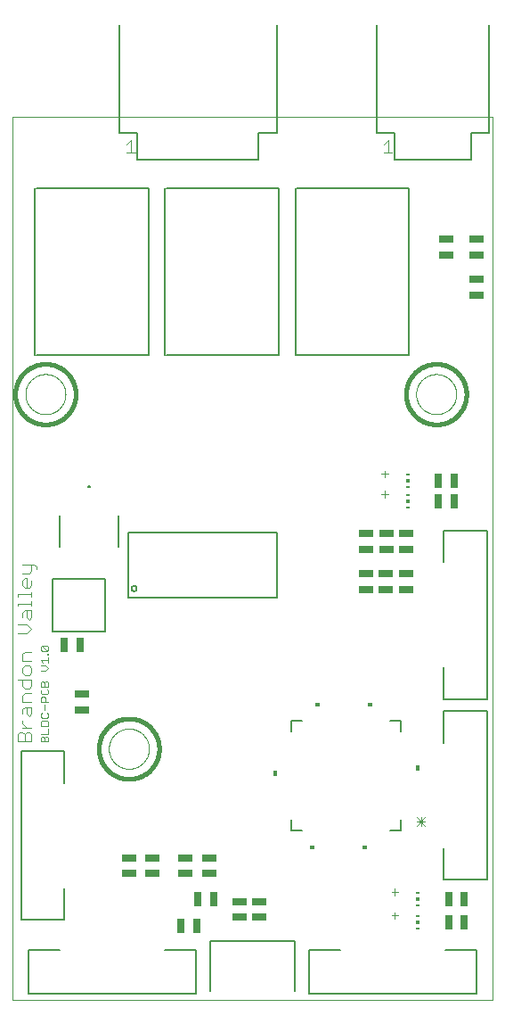
<source format=gto>
G75*
%MOIN*%
%OFA0B0*%
%FSLAX25Y25*%
%IPPOS*%
%LPD*%
%AMOC8*
5,1,8,0,0,1.08239X$1,22.5*
%
%ADD10C,0.00000*%
%ADD11C,0.01600*%
%ADD12C,0.00300*%
%ADD13C,0.00400*%
%ADD14C,0.00500*%
%ADD15R,0.01181X0.00591*%
%ADD16R,0.01181X0.01181*%
%ADD17R,0.02559X0.05512*%
%ADD18R,0.05512X0.02559*%
%ADD19C,0.00600*%
%ADD20C,0.00100*%
D10*
X0020179Y0009300D02*
X0020179Y0339261D01*
X0200130Y0339261D01*
X0200130Y0009300D01*
X0020179Y0009300D01*
X0056429Y0103050D02*
X0056431Y0103234D01*
X0056438Y0103418D01*
X0056449Y0103602D01*
X0056465Y0103785D01*
X0056485Y0103968D01*
X0056510Y0104150D01*
X0056539Y0104332D01*
X0056573Y0104513D01*
X0056611Y0104693D01*
X0056654Y0104872D01*
X0056701Y0105050D01*
X0056752Y0105227D01*
X0056808Y0105403D01*
X0056867Y0105577D01*
X0056932Y0105749D01*
X0057000Y0105920D01*
X0057072Y0106089D01*
X0057149Y0106257D01*
X0057230Y0106422D01*
X0057315Y0106585D01*
X0057403Y0106747D01*
X0057496Y0106906D01*
X0057593Y0107062D01*
X0057693Y0107217D01*
X0057797Y0107369D01*
X0057905Y0107518D01*
X0058016Y0107664D01*
X0058131Y0107808D01*
X0058250Y0107949D01*
X0058372Y0108087D01*
X0058497Y0108222D01*
X0058626Y0108353D01*
X0058757Y0108482D01*
X0058892Y0108607D01*
X0059030Y0108729D01*
X0059171Y0108848D01*
X0059315Y0108963D01*
X0059461Y0109074D01*
X0059610Y0109182D01*
X0059762Y0109286D01*
X0059917Y0109386D01*
X0060073Y0109483D01*
X0060232Y0109576D01*
X0060394Y0109664D01*
X0060557Y0109749D01*
X0060722Y0109830D01*
X0060890Y0109907D01*
X0061059Y0109979D01*
X0061230Y0110047D01*
X0061402Y0110112D01*
X0061576Y0110171D01*
X0061752Y0110227D01*
X0061929Y0110278D01*
X0062107Y0110325D01*
X0062286Y0110368D01*
X0062466Y0110406D01*
X0062647Y0110440D01*
X0062829Y0110469D01*
X0063011Y0110494D01*
X0063194Y0110514D01*
X0063377Y0110530D01*
X0063561Y0110541D01*
X0063745Y0110548D01*
X0063929Y0110550D01*
X0064113Y0110548D01*
X0064297Y0110541D01*
X0064481Y0110530D01*
X0064664Y0110514D01*
X0064847Y0110494D01*
X0065029Y0110469D01*
X0065211Y0110440D01*
X0065392Y0110406D01*
X0065572Y0110368D01*
X0065751Y0110325D01*
X0065929Y0110278D01*
X0066106Y0110227D01*
X0066282Y0110171D01*
X0066456Y0110112D01*
X0066628Y0110047D01*
X0066799Y0109979D01*
X0066968Y0109907D01*
X0067136Y0109830D01*
X0067301Y0109749D01*
X0067464Y0109664D01*
X0067626Y0109576D01*
X0067785Y0109483D01*
X0067941Y0109386D01*
X0068096Y0109286D01*
X0068248Y0109182D01*
X0068397Y0109074D01*
X0068543Y0108963D01*
X0068687Y0108848D01*
X0068828Y0108729D01*
X0068966Y0108607D01*
X0069101Y0108482D01*
X0069232Y0108353D01*
X0069361Y0108222D01*
X0069486Y0108087D01*
X0069608Y0107949D01*
X0069727Y0107808D01*
X0069842Y0107664D01*
X0069953Y0107518D01*
X0070061Y0107369D01*
X0070165Y0107217D01*
X0070265Y0107062D01*
X0070362Y0106906D01*
X0070455Y0106747D01*
X0070543Y0106585D01*
X0070628Y0106422D01*
X0070709Y0106257D01*
X0070786Y0106089D01*
X0070858Y0105920D01*
X0070926Y0105749D01*
X0070991Y0105577D01*
X0071050Y0105403D01*
X0071106Y0105227D01*
X0071157Y0105050D01*
X0071204Y0104872D01*
X0071247Y0104693D01*
X0071285Y0104513D01*
X0071319Y0104332D01*
X0071348Y0104150D01*
X0071373Y0103968D01*
X0071393Y0103785D01*
X0071409Y0103602D01*
X0071420Y0103418D01*
X0071427Y0103234D01*
X0071429Y0103050D01*
X0071427Y0102866D01*
X0071420Y0102682D01*
X0071409Y0102498D01*
X0071393Y0102315D01*
X0071373Y0102132D01*
X0071348Y0101950D01*
X0071319Y0101768D01*
X0071285Y0101587D01*
X0071247Y0101407D01*
X0071204Y0101228D01*
X0071157Y0101050D01*
X0071106Y0100873D01*
X0071050Y0100697D01*
X0070991Y0100523D01*
X0070926Y0100351D01*
X0070858Y0100180D01*
X0070786Y0100011D01*
X0070709Y0099843D01*
X0070628Y0099678D01*
X0070543Y0099515D01*
X0070455Y0099353D01*
X0070362Y0099194D01*
X0070265Y0099038D01*
X0070165Y0098883D01*
X0070061Y0098731D01*
X0069953Y0098582D01*
X0069842Y0098436D01*
X0069727Y0098292D01*
X0069608Y0098151D01*
X0069486Y0098013D01*
X0069361Y0097878D01*
X0069232Y0097747D01*
X0069101Y0097618D01*
X0068966Y0097493D01*
X0068828Y0097371D01*
X0068687Y0097252D01*
X0068543Y0097137D01*
X0068397Y0097026D01*
X0068248Y0096918D01*
X0068096Y0096814D01*
X0067941Y0096714D01*
X0067785Y0096617D01*
X0067626Y0096524D01*
X0067464Y0096436D01*
X0067301Y0096351D01*
X0067136Y0096270D01*
X0066968Y0096193D01*
X0066799Y0096121D01*
X0066628Y0096053D01*
X0066456Y0095988D01*
X0066282Y0095929D01*
X0066106Y0095873D01*
X0065929Y0095822D01*
X0065751Y0095775D01*
X0065572Y0095732D01*
X0065392Y0095694D01*
X0065211Y0095660D01*
X0065029Y0095631D01*
X0064847Y0095606D01*
X0064664Y0095586D01*
X0064481Y0095570D01*
X0064297Y0095559D01*
X0064113Y0095552D01*
X0063929Y0095550D01*
X0063745Y0095552D01*
X0063561Y0095559D01*
X0063377Y0095570D01*
X0063194Y0095586D01*
X0063011Y0095606D01*
X0062829Y0095631D01*
X0062647Y0095660D01*
X0062466Y0095694D01*
X0062286Y0095732D01*
X0062107Y0095775D01*
X0061929Y0095822D01*
X0061752Y0095873D01*
X0061576Y0095929D01*
X0061402Y0095988D01*
X0061230Y0096053D01*
X0061059Y0096121D01*
X0060890Y0096193D01*
X0060722Y0096270D01*
X0060557Y0096351D01*
X0060394Y0096436D01*
X0060232Y0096524D01*
X0060073Y0096617D01*
X0059917Y0096714D01*
X0059762Y0096814D01*
X0059610Y0096918D01*
X0059461Y0097026D01*
X0059315Y0097137D01*
X0059171Y0097252D01*
X0059030Y0097371D01*
X0058892Y0097493D01*
X0058757Y0097618D01*
X0058626Y0097747D01*
X0058497Y0097878D01*
X0058372Y0098013D01*
X0058250Y0098151D01*
X0058131Y0098292D01*
X0058016Y0098436D01*
X0057905Y0098582D01*
X0057797Y0098731D01*
X0057693Y0098883D01*
X0057593Y0099038D01*
X0057496Y0099194D01*
X0057403Y0099353D01*
X0057315Y0099515D01*
X0057230Y0099678D01*
X0057149Y0099843D01*
X0057072Y0100011D01*
X0057000Y0100180D01*
X0056932Y0100351D01*
X0056867Y0100523D01*
X0056808Y0100697D01*
X0056752Y0100873D01*
X0056701Y0101050D01*
X0056654Y0101228D01*
X0056611Y0101407D01*
X0056573Y0101587D01*
X0056539Y0101768D01*
X0056510Y0101950D01*
X0056485Y0102132D01*
X0056465Y0102315D01*
X0056449Y0102498D01*
X0056438Y0102682D01*
X0056431Y0102866D01*
X0056429Y0103050D01*
X0025179Y0235550D02*
X0025181Y0235734D01*
X0025188Y0235918D01*
X0025199Y0236102D01*
X0025215Y0236285D01*
X0025235Y0236468D01*
X0025260Y0236650D01*
X0025289Y0236832D01*
X0025323Y0237013D01*
X0025361Y0237193D01*
X0025404Y0237372D01*
X0025451Y0237550D01*
X0025502Y0237727D01*
X0025558Y0237903D01*
X0025617Y0238077D01*
X0025682Y0238249D01*
X0025750Y0238420D01*
X0025822Y0238589D01*
X0025899Y0238757D01*
X0025980Y0238922D01*
X0026065Y0239085D01*
X0026153Y0239247D01*
X0026246Y0239406D01*
X0026343Y0239562D01*
X0026443Y0239717D01*
X0026547Y0239869D01*
X0026655Y0240018D01*
X0026766Y0240164D01*
X0026881Y0240308D01*
X0027000Y0240449D01*
X0027122Y0240587D01*
X0027247Y0240722D01*
X0027376Y0240853D01*
X0027507Y0240982D01*
X0027642Y0241107D01*
X0027780Y0241229D01*
X0027921Y0241348D01*
X0028065Y0241463D01*
X0028211Y0241574D01*
X0028360Y0241682D01*
X0028512Y0241786D01*
X0028667Y0241886D01*
X0028823Y0241983D01*
X0028982Y0242076D01*
X0029144Y0242164D01*
X0029307Y0242249D01*
X0029472Y0242330D01*
X0029640Y0242407D01*
X0029809Y0242479D01*
X0029980Y0242547D01*
X0030152Y0242612D01*
X0030326Y0242671D01*
X0030502Y0242727D01*
X0030679Y0242778D01*
X0030857Y0242825D01*
X0031036Y0242868D01*
X0031216Y0242906D01*
X0031397Y0242940D01*
X0031579Y0242969D01*
X0031761Y0242994D01*
X0031944Y0243014D01*
X0032127Y0243030D01*
X0032311Y0243041D01*
X0032495Y0243048D01*
X0032679Y0243050D01*
X0032863Y0243048D01*
X0033047Y0243041D01*
X0033231Y0243030D01*
X0033414Y0243014D01*
X0033597Y0242994D01*
X0033779Y0242969D01*
X0033961Y0242940D01*
X0034142Y0242906D01*
X0034322Y0242868D01*
X0034501Y0242825D01*
X0034679Y0242778D01*
X0034856Y0242727D01*
X0035032Y0242671D01*
X0035206Y0242612D01*
X0035378Y0242547D01*
X0035549Y0242479D01*
X0035718Y0242407D01*
X0035886Y0242330D01*
X0036051Y0242249D01*
X0036214Y0242164D01*
X0036376Y0242076D01*
X0036535Y0241983D01*
X0036691Y0241886D01*
X0036846Y0241786D01*
X0036998Y0241682D01*
X0037147Y0241574D01*
X0037293Y0241463D01*
X0037437Y0241348D01*
X0037578Y0241229D01*
X0037716Y0241107D01*
X0037851Y0240982D01*
X0037982Y0240853D01*
X0038111Y0240722D01*
X0038236Y0240587D01*
X0038358Y0240449D01*
X0038477Y0240308D01*
X0038592Y0240164D01*
X0038703Y0240018D01*
X0038811Y0239869D01*
X0038915Y0239717D01*
X0039015Y0239562D01*
X0039112Y0239406D01*
X0039205Y0239247D01*
X0039293Y0239085D01*
X0039378Y0238922D01*
X0039459Y0238757D01*
X0039536Y0238589D01*
X0039608Y0238420D01*
X0039676Y0238249D01*
X0039741Y0238077D01*
X0039800Y0237903D01*
X0039856Y0237727D01*
X0039907Y0237550D01*
X0039954Y0237372D01*
X0039997Y0237193D01*
X0040035Y0237013D01*
X0040069Y0236832D01*
X0040098Y0236650D01*
X0040123Y0236468D01*
X0040143Y0236285D01*
X0040159Y0236102D01*
X0040170Y0235918D01*
X0040177Y0235734D01*
X0040179Y0235550D01*
X0040177Y0235366D01*
X0040170Y0235182D01*
X0040159Y0234998D01*
X0040143Y0234815D01*
X0040123Y0234632D01*
X0040098Y0234450D01*
X0040069Y0234268D01*
X0040035Y0234087D01*
X0039997Y0233907D01*
X0039954Y0233728D01*
X0039907Y0233550D01*
X0039856Y0233373D01*
X0039800Y0233197D01*
X0039741Y0233023D01*
X0039676Y0232851D01*
X0039608Y0232680D01*
X0039536Y0232511D01*
X0039459Y0232343D01*
X0039378Y0232178D01*
X0039293Y0232015D01*
X0039205Y0231853D01*
X0039112Y0231694D01*
X0039015Y0231538D01*
X0038915Y0231383D01*
X0038811Y0231231D01*
X0038703Y0231082D01*
X0038592Y0230936D01*
X0038477Y0230792D01*
X0038358Y0230651D01*
X0038236Y0230513D01*
X0038111Y0230378D01*
X0037982Y0230247D01*
X0037851Y0230118D01*
X0037716Y0229993D01*
X0037578Y0229871D01*
X0037437Y0229752D01*
X0037293Y0229637D01*
X0037147Y0229526D01*
X0036998Y0229418D01*
X0036846Y0229314D01*
X0036691Y0229214D01*
X0036535Y0229117D01*
X0036376Y0229024D01*
X0036214Y0228936D01*
X0036051Y0228851D01*
X0035886Y0228770D01*
X0035718Y0228693D01*
X0035549Y0228621D01*
X0035378Y0228553D01*
X0035206Y0228488D01*
X0035032Y0228429D01*
X0034856Y0228373D01*
X0034679Y0228322D01*
X0034501Y0228275D01*
X0034322Y0228232D01*
X0034142Y0228194D01*
X0033961Y0228160D01*
X0033779Y0228131D01*
X0033597Y0228106D01*
X0033414Y0228086D01*
X0033231Y0228070D01*
X0033047Y0228059D01*
X0032863Y0228052D01*
X0032679Y0228050D01*
X0032495Y0228052D01*
X0032311Y0228059D01*
X0032127Y0228070D01*
X0031944Y0228086D01*
X0031761Y0228106D01*
X0031579Y0228131D01*
X0031397Y0228160D01*
X0031216Y0228194D01*
X0031036Y0228232D01*
X0030857Y0228275D01*
X0030679Y0228322D01*
X0030502Y0228373D01*
X0030326Y0228429D01*
X0030152Y0228488D01*
X0029980Y0228553D01*
X0029809Y0228621D01*
X0029640Y0228693D01*
X0029472Y0228770D01*
X0029307Y0228851D01*
X0029144Y0228936D01*
X0028982Y0229024D01*
X0028823Y0229117D01*
X0028667Y0229214D01*
X0028512Y0229314D01*
X0028360Y0229418D01*
X0028211Y0229526D01*
X0028065Y0229637D01*
X0027921Y0229752D01*
X0027780Y0229871D01*
X0027642Y0229993D01*
X0027507Y0230118D01*
X0027376Y0230247D01*
X0027247Y0230378D01*
X0027122Y0230513D01*
X0027000Y0230651D01*
X0026881Y0230792D01*
X0026766Y0230936D01*
X0026655Y0231082D01*
X0026547Y0231231D01*
X0026443Y0231383D01*
X0026343Y0231538D01*
X0026246Y0231694D01*
X0026153Y0231853D01*
X0026065Y0232015D01*
X0025980Y0232178D01*
X0025899Y0232343D01*
X0025822Y0232511D01*
X0025750Y0232680D01*
X0025682Y0232851D01*
X0025617Y0233023D01*
X0025558Y0233197D01*
X0025502Y0233373D01*
X0025451Y0233550D01*
X0025404Y0233728D01*
X0025361Y0233907D01*
X0025323Y0234087D01*
X0025289Y0234268D01*
X0025260Y0234450D01*
X0025235Y0234632D01*
X0025215Y0234815D01*
X0025199Y0234998D01*
X0025188Y0235182D01*
X0025181Y0235366D01*
X0025179Y0235550D01*
X0171429Y0235550D02*
X0171431Y0235734D01*
X0171438Y0235918D01*
X0171449Y0236102D01*
X0171465Y0236285D01*
X0171485Y0236468D01*
X0171510Y0236650D01*
X0171539Y0236832D01*
X0171573Y0237013D01*
X0171611Y0237193D01*
X0171654Y0237372D01*
X0171701Y0237550D01*
X0171752Y0237727D01*
X0171808Y0237903D01*
X0171867Y0238077D01*
X0171932Y0238249D01*
X0172000Y0238420D01*
X0172072Y0238589D01*
X0172149Y0238757D01*
X0172230Y0238922D01*
X0172315Y0239085D01*
X0172403Y0239247D01*
X0172496Y0239406D01*
X0172593Y0239562D01*
X0172693Y0239717D01*
X0172797Y0239869D01*
X0172905Y0240018D01*
X0173016Y0240164D01*
X0173131Y0240308D01*
X0173250Y0240449D01*
X0173372Y0240587D01*
X0173497Y0240722D01*
X0173626Y0240853D01*
X0173757Y0240982D01*
X0173892Y0241107D01*
X0174030Y0241229D01*
X0174171Y0241348D01*
X0174315Y0241463D01*
X0174461Y0241574D01*
X0174610Y0241682D01*
X0174762Y0241786D01*
X0174917Y0241886D01*
X0175073Y0241983D01*
X0175232Y0242076D01*
X0175394Y0242164D01*
X0175557Y0242249D01*
X0175722Y0242330D01*
X0175890Y0242407D01*
X0176059Y0242479D01*
X0176230Y0242547D01*
X0176402Y0242612D01*
X0176576Y0242671D01*
X0176752Y0242727D01*
X0176929Y0242778D01*
X0177107Y0242825D01*
X0177286Y0242868D01*
X0177466Y0242906D01*
X0177647Y0242940D01*
X0177829Y0242969D01*
X0178011Y0242994D01*
X0178194Y0243014D01*
X0178377Y0243030D01*
X0178561Y0243041D01*
X0178745Y0243048D01*
X0178929Y0243050D01*
X0179113Y0243048D01*
X0179297Y0243041D01*
X0179481Y0243030D01*
X0179664Y0243014D01*
X0179847Y0242994D01*
X0180029Y0242969D01*
X0180211Y0242940D01*
X0180392Y0242906D01*
X0180572Y0242868D01*
X0180751Y0242825D01*
X0180929Y0242778D01*
X0181106Y0242727D01*
X0181282Y0242671D01*
X0181456Y0242612D01*
X0181628Y0242547D01*
X0181799Y0242479D01*
X0181968Y0242407D01*
X0182136Y0242330D01*
X0182301Y0242249D01*
X0182464Y0242164D01*
X0182626Y0242076D01*
X0182785Y0241983D01*
X0182941Y0241886D01*
X0183096Y0241786D01*
X0183248Y0241682D01*
X0183397Y0241574D01*
X0183543Y0241463D01*
X0183687Y0241348D01*
X0183828Y0241229D01*
X0183966Y0241107D01*
X0184101Y0240982D01*
X0184232Y0240853D01*
X0184361Y0240722D01*
X0184486Y0240587D01*
X0184608Y0240449D01*
X0184727Y0240308D01*
X0184842Y0240164D01*
X0184953Y0240018D01*
X0185061Y0239869D01*
X0185165Y0239717D01*
X0185265Y0239562D01*
X0185362Y0239406D01*
X0185455Y0239247D01*
X0185543Y0239085D01*
X0185628Y0238922D01*
X0185709Y0238757D01*
X0185786Y0238589D01*
X0185858Y0238420D01*
X0185926Y0238249D01*
X0185991Y0238077D01*
X0186050Y0237903D01*
X0186106Y0237727D01*
X0186157Y0237550D01*
X0186204Y0237372D01*
X0186247Y0237193D01*
X0186285Y0237013D01*
X0186319Y0236832D01*
X0186348Y0236650D01*
X0186373Y0236468D01*
X0186393Y0236285D01*
X0186409Y0236102D01*
X0186420Y0235918D01*
X0186427Y0235734D01*
X0186429Y0235550D01*
X0186427Y0235366D01*
X0186420Y0235182D01*
X0186409Y0234998D01*
X0186393Y0234815D01*
X0186373Y0234632D01*
X0186348Y0234450D01*
X0186319Y0234268D01*
X0186285Y0234087D01*
X0186247Y0233907D01*
X0186204Y0233728D01*
X0186157Y0233550D01*
X0186106Y0233373D01*
X0186050Y0233197D01*
X0185991Y0233023D01*
X0185926Y0232851D01*
X0185858Y0232680D01*
X0185786Y0232511D01*
X0185709Y0232343D01*
X0185628Y0232178D01*
X0185543Y0232015D01*
X0185455Y0231853D01*
X0185362Y0231694D01*
X0185265Y0231538D01*
X0185165Y0231383D01*
X0185061Y0231231D01*
X0184953Y0231082D01*
X0184842Y0230936D01*
X0184727Y0230792D01*
X0184608Y0230651D01*
X0184486Y0230513D01*
X0184361Y0230378D01*
X0184232Y0230247D01*
X0184101Y0230118D01*
X0183966Y0229993D01*
X0183828Y0229871D01*
X0183687Y0229752D01*
X0183543Y0229637D01*
X0183397Y0229526D01*
X0183248Y0229418D01*
X0183096Y0229314D01*
X0182941Y0229214D01*
X0182785Y0229117D01*
X0182626Y0229024D01*
X0182464Y0228936D01*
X0182301Y0228851D01*
X0182136Y0228770D01*
X0181968Y0228693D01*
X0181799Y0228621D01*
X0181628Y0228553D01*
X0181456Y0228488D01*
X0181282Y0228429D01*
X0181106Y0228373D01*
X0180929Y0228322D01*
X0180751Y0228275D01*
X0180572Y0228232D01*
X0180392Y0228194D01*
X0180211Y0228160D01*
X0180029Y0228131D01*
X0179847Y0228106D01*
X0179664Y0228086D01*
X0179481Y0228070D01*
X0179297Y0228059D01*
X0179113Y0228052D01*
X0178929Y0228050D01*
X0178745Y0228052D01*
X0178561Y0228059D01*
X0178377Y0228070D01*
X0178194Y0228086D01*
X0178011Y0228106D01*
X0177829Y0228131D01*
X0177647Y0228160D01*
X0177466Y0228194D01*
X0177286Y0228232D01*
X0177107Y0228275D01*
X0176929Y0228322D01*
X0176752Y0228373D01*
X0176576Y0228429D01*
X0176402Y0228488D01*
X0176230Y0228553D01*
X0176059Y0228621D01*
X0175890Y0228693D01*
X0175722Y0228770D01*
X0175557Y0228851D01*
X0175394Y0228936D01*
X0175232Y0229024D01*
X0175073Y0229117D01*
X0174917Y0229214D01*
X0174762Y0229314D01*
X0174610Y0229418D01*
X0174461Y0229526D01*
X0174315Y0229637D01*
X0174171Y0229752D01*
X0174030Y0229871D01*
X0173892Y0229993D01*
X0173757Y0230118D01*
X0173626Y0230247D01*
X0173497Y0230378D01*
X0173372Y0230513D01*
X0173250Y0230651D01*
X0173131Y0230792D01*
X0173016Y0230936D01*
X0172905Y0231082D01*
X0172797Y0231231D01*
X0172693Y0231383D01*
X0172593Y0231538D01*
X0172496Y0231694D01*
X0172403Y0231853D01*
X0172315Y0232015D01*
X0172230Y0232178D01*
X0172149Y0232343D01*
X0172072Y0232511D01*
X0172000Y0232680D01*
X0171932Y0232851D01*
X0171867Y0233023D01*
X0171808Y0233197D01*
X0171752Y0233373D01*
X0171701Y0233550D01*
X0171654Y0233728D01*
X0171611Y0233907D01*
X0171573Y0234087D01*
X0171539Y0234268D01*
X0171510Y0234450D01*
X0171485Y0234632D01*
X0171465Y0234815D01*
X0171449Y0234998D01*
X0171438Y0235182D01*
X0171431Y0235366D01*
X0171429Y0235550D01*
D11*
X0167629Y0235550D02*
X0167632Y0235827D01*
X0167643Y0236104D01*
X0167660Y0236381D01*
X0167683Y0236658D01*
X0167714Y0236933D01*
X0167751Y0237208D01*
X0167795Y0237482D01*
X0167846Y0237755D01*
X0167904Y0238026D01*
X0167968Y0238296D01*
X0168038Y0238564D01*
X0168116Y0238830D01*
X0168199Y0239095D01*
X0168290Y0239357D01*
X0168386Y0239617D01*
X0168489Y0239874D01*
X0168598Y0240129D01*
X0168714Y0240381D01*
X0168836Y0240631D01*
X0168963Y0240877D01*
X0169097Y0241120D01*
X0169237Y0241359D01*
X0169382Y0241595D01*
X0169533Y0241828D01*
X0169690Y0242057D01*
X0169853Y0242281D01*
X0170021Y0242502D01*
X0170194Y0242719D01*
X0170373Y0242931D01*
X0170556Y0243139D01*
X0170745Y0243342D01*
X0170939Y0243540D01*
X0171137Y0243734D01*
X0171340Y0243923D01*
X0171548Y0244106D01*
X0171760Y0244285D01*
X0171977Y0244458D01*
X0172198Y0244626D01*
X0172422Y0244789D01*
X0172651Y0244946D01*
X0172884Y0245097D01*
X0173120Y0245242D01*
X0173359Y0245382D01*
X0173602Y0245516D01*
X0173848Y0245643D01*
X0174098Y0245765D01*
X0174350Y0245881D01*
X0174605Y0245990D01*
X0174862Y0246093D01*
X0175122Y0246189D01*
X0175384Y0246280D01*
X0175649Y0246363D01*
X0175915Y0246441D01*
X0176183Y0246511D01*
X0176453Y0246575D01*
X0176724Y0246633D01*
X0176997Y0246684D01*
X0177271Y0246728D01*
X0177546Y0246765D01*
X0177821Y0246796D01*
X0178098Y0246819D01*
X0178375Y0246836D01*
X0178652Y0246847D01*
X0178929Y0246850D01*
X0179206Y0246847D01*
X0179483Y0246836D01*
X0179760Y0246819D01*
X0180037Y0246796D01*
X0180312Y0246765D01*
X0180587Y0246728D01*
X0180861Y0246684D01*
X0181134Y0246633D01*
X0181405Y0246575D01*
X0181675Y0246511D01*
X0181943Y0246441D01*
X0182209Y0246363D01*
X0182474Y0246280D01*
X0182736Y0246189D01*
X0182996Y0246093D01*
X0183253Y0245990D01*
X0183508Y0245881D01*
X0183760Y0245765D01*
X0184010Y0245643D01*
X0184256Y0245516D01*
X0184499Y0245382D01*
X0184738Y0245242D01*
X0184974Y0245097D01*
X0185207Y0244946D01*
X0185436Y0244789D01*
X0185660Y0244626D01*
X0185881Y0244458D01*
X0186098Y0244285D01*
X0186310Y0244106D01*
X0186518Y0243923D01*
X0186721Y0243734D01*
X0186919Y0243540D01*
X0187113Y0243342D01*
X0187302Y0243139D01*
X0187485Y0242931D01*
X0187664Y0242719D01*
X0187837Y0242502D01*
X0188005Y0242281D01*
X0188168Y0242057D01*
X0188325Y0241828D01*
X0188476Y0241595D01*
X0188621Y0241359D01*
X0188761Y0241120D01*
X0188895Y0240877D01*
X0189022Y0240631D01*
X0189144Y0240381D01*
X0189260Y0240129D01*
X0189369Y0239874D01*
X0189472Y0239617D01*
X0189568Y0239357D01*
X0189659Y0239095D01*
X0189742Y0238830D01*
X0189820Y0238564D01*
X0189890Y0238296D01*
X0189954Y0238026D01*
X0190012Y0237755D01*
X0190063Y0237482D01*
X0190107Y0237208D01*
X0190144Y0236933D01*
X0190175Y0236658D01*
X0190198Y0236381D01*
X0190215Y0236104D01*
X0190226Y0235827D01*
X0190229Y0235550D01*
X0190226Y0235273D01*
X0190215Y0234996D01*
X0190198Y0234719D01*
X0190175Y0234442D01*
X0190144Y0234167D01*
X0190107Y0233892D01*
X0190063Y0233618D01*
X0190012Y0233345D01*
X0189954Y0233074D01*
X0189890Y0232804D01*
X0189820Y0232536D01*
X0189742Y0232270D01*
X0189659Y0232005D01*
X0189568Y0231743D01*
X0189472Y0231483D01*
X0189369Y0231226D01*
X0189260Y0230971D01*
X0189144Y0230719D01*
X0189022Y0230469D01*
X0188895Y0230223D01*
X0188761Y0229980D01*
X0188621Y0229741D01*
X0188476Y0229505D01*
X0188325Y0229272D01*
X0188168Y0229043D01*
X0188005Y0228819D01*
X0187837Y0228598D01*
X0187664Y0228381D01*
X0187485Y0228169D01*
X0187302Y0227961D01*
X0187113Y0227758D01*
X0186919Y0227560D01*
X0186721Y0227366D01*
X0186518Y0227177D01*
X0186310Y0226994D01*
X0186098Y0226815D01*
X0185881Y0226642D01*
X0185660Y0226474D01*
X0185436Y0226311D01*
X0185207Y0226154D01*
X0184974Y0226003D01*
X0184738Y0225858D01*
X0184499Y0225718D01*
X0184256Y0225584D01*
X0184010Y0225457D01*
X0183760Y0225335D01*
X0183508Y0225219D01*
X0183253Y0225110D01*
X0182996Y0225007D01*
X0182736Y0224911D01*
X0182474Y0224820D01*
X0182209Y0224737D01*
X0181943Y0224659D01*
X0181675Y0224589D01*
X0181405Y0224525D01*
X0181134Y0224467D01*
X0180861Y0224416D01*
X0180587Y0224372D01*
X0180312Y0224335D01*
X0180037Y0224304D01*
X0179760Y0224281D01*
X0179483Y0224264D01*
X0179206Y0224253D01*
X0178929Y0224250D01*
X0178652Y0224253D01*
X0178375Y0224264D01*
X0178098Y0224281D01*
X0177821Y0224304D01*
X0177546Y0224335D01*
X0177271Y0224372D01*
X0176997Y0224416D01*
X0176724Y0224467D01*
X0176453Y0224525D01*
X0176183Y0224589D01*
X0175915Y0224659D01*
X0175649Y0224737D01*
X0175384Y0224820D01*
X0175122Y0224911D01*
X0174862Y0225007D01*
X0174605Y0225110D01*
X0174350Y0225219D01*
X0174098Y0225335D01*
X0173848Y0225457D01*
X0173602Y0225584D01*
X0173359Y0225718D01*
X0173120Y0225858D01*
X0172884Y0226003D01*
X0172651Y0226154D01*
X0172422Y0226311D01*
X0172198Y0226474D01*
X0171977Y0226642D01*
X0171760Y0226815D01*
X0171548Y0226994D01*
X0171340Y0227177D01*
X0171137Y0227366D01*
X0170939Y0227560D01*
X0170745Y0227758D01*
X0170556Y0227961D01*
X0170373Y0228169D01*
X0170194Y0228381D01*
X0170021Y0228598D01*
X0169853Y0228819D01*
X0169690Y0229043D01*
X0169533Y0229272D01*
X0169382Y0229505D01*
X0169237Y0229741D01*
X0169097Y0229980D01*
X0168963Y0230223D01*
X0168836Y0230469D01*
X0168714Y0230719D01*
X0168598Y0230971D01*
X0168489Y0231226D01*
X0168386Y0231483D01*
X0168290Y0231743D01*
X0168199Y0232005D01*
X0168116Y0232270D01*
X0168038Y0232536D01*
X0167968Y0232804D01*
X0167904Y0233074D01*
X0167846Y0233345D01*
X0167795Y0233618D01*
X0167751Y0233892D01*
X0167714Y0234167D01*
X0167683Y0234442D01*
X0167660Y0234719D01*
X0167643Y0234996D01*
X0167632Y0235273D01*
X0167629Y0235550D01*
X0052629Y0103050D02*
X0052632Y0103327D01*
X0052643Y0103604D01*
X0052660Y0103881D01*
X0052683Y0104158D01*
X0052714Y0104433D01*
X0052751Y0104708D01*
X0052795Y0104982D01*
X0052846Y0105255D01*
X0052904Y0105526D01*
X0052968Y0105796D01*
X0053038Y0106064D01*
X0053116Y0106330D01*
X0053199Y0106595D01*
X0053290Y0106857D01*
X0053386Y0107117D01*
X0053489Y0107374D01*
X0053598Y0107629D01*
X0053714Y0107881D01*
X0053836Y0108131D01*
X0053963Y0108377D01*
X0054097Y0108620D01*
X0054237Y0108859D01*
X0054382Y0109095D01*
X0054533Y0109328D01*
X0054690Y0109557D01*
X0054853Y0109781D01*
X0055021Y0110002D01*
X0055194Y0110219D01*
X0055373Y0110431D01*
X0055556Y0110639D01*
X0055745Y0110842D01*
X0055939Y0111040D01*
X0056137Y0111234D01*
X0056340Y0111423D01*
X0056548Y0111606D01*
X0056760Y0111785D01*
X0056977Y0111958D01*
X0057198Y0112126D01*
X0057422Y0112289D01*
X0057651Y0112446D01*
X0057884Y0112597D01*
X0058120Y0112742D01*
X0058359Y0112882D01*
X0058602Y0113016D01*
X0058848Y0113143D01*
X0059098Y0113265D01*
X0059350Y0113381D01*
X0059605Y0113490D01*
X0059862Y0113593D01*
X0060122Y0113689D01*
X0060384Y0113780D01*
X0060649Y0113863D01*
X0060915Y0113941D01*
X0061183Y0114011D01*
X0061453Y0114075D01*
X0061724Y0114133D01*
X0061997Y0114184D01*
X0062271Y0114228D01*
X0062546Y0114265D01*
X0062821Y0114296D01*
X0063098Y0114319D01*
X0063375Y0114336D01*
X0063652Y0114347D01*
X0063929Y0114350D01*
X0064206Y0114347D01*
X0064483Y0114336D01*
X0064760Y0114319D01*
X0065037Y0114296D01*
X0065312Y0114265D01*
X0065587Y0114228D01*
X0065861Y0114184D01*
X0066134Y0114133D01*
X0066405Y0114075D01*
X0066675Y0114011D01*
X0066943Y0113941D01*
X0067209Y0113863D01*
X0067474Y0113780D01*
X0067736Y0113689D01*
X0067996Y0113593D01*
X0068253Y0113490D01*
X0068508Y0113381D01*
X0068760Y0113265D01*
X0069010Y0113143D01*
X0069256Y0113016D01*
X0069499Y0112882D01*
X0069738Y0112742D01*
X0069974Y0112597D01*
X0070207Y0112446D01*
X0070436Y0112289D01*
X0070660Y0112126D01*
X0070881Y0111958D01*
X0071098Y0111785D01*
X0071310Y0111606D01*
X0071518Y0111423D01*
X0071721Y0111234D01*
X0071919Y0111040D01*
X0072113Y0110842D01*
X0072302Y0110639D01*
X0072485Y0110431D01*
X0072664Y0110219D01*
X0072837Y0110002D01*
X0073005Y0109781D01*
X0073168Y0109557D01*
X0073325Y0109328D01*
X0073476Y0109095D01*
X0073621Y0108859D01*
X0073761Y0108620D01*
X0073895Y0108377D01*
X0074022Y0108131D01*
X0074144Y0107881D01*
X0074260Y0107629D01*
X0074369Y0107374D01*
X0074472Y0107117D01*
X0074568Y0106857D01*
X0074659Y0106595D01*
X0074742Y0106330D01*
X0074820Y0106064D01*
X0074890Y0105796D01*
X0074954Y0105526D01*
X0075012Y0105255D01*
X0075063Y0104982D01*
X0075107Y0104708D01*
X0075144Y0104433D01*
X0075175Y0104158D01*
X0075198Y0103881D01*
X0075215Y0103604D01*
X0075226Y0103327D01*
X0075229Y0103050D01*
X0075226Y0102773D01*
X0075215Y0102496D01*
X0075198Y0102219D01*
X0075175Y0101942D01*
X0075144Y0101667D01*
X0075107Y0101392D01*
X0075063Y0101118D01*
X0075012Y0100845D01*
X0074954Y0100574D01*
X0074890Y0100304D01*
X0074820Y0100036D01*
X0074742Y0099770D01*
X0074659Y0099505D01*
X0074568Y0099243D01*
X0074472Y0098983D01*
X0074369Y0098726D01*
X0074260Y0098471D01*
X0074144Y0098219D01*
X0074022Y0097969D01*
X0073895Y0097723D01*
X0073761Y0097480D01*
X0073621Y0097241D01*
X0073476Y0097005D01*
X0073325Y0096772D01*
X0073168Y0096543D01*
X0073005Y0096319D01*
X0072837Y0096098D01*
X0072664Y0095881D01*
X0072485Y0095669D01*
X0072302Y0095461D01*
X0072113Y0095258D01*
X0071919Y0095060D01*
X0071721Y0094866D01*
X0071518Y0094677D01*
X0071310Y0094494D01*
X0071098Y0094315D01*
X0070881Y0094142D01*
X0070660Y0093974D01*
X0070436Y0093811D01*
X0070207Y0093654D01*
X0069974Y0093503D01*
X0069738Y0093358D01*
X0069499Y0093218D01*
X0069256Y0093084D01*
X0069010Y0092957D01*
X0068760Y0092835D01*
X0068508Y0092719D01*
X0068253Y0092610D01*
X0067996Y0092507D01*
X0067736Y0092411D01*
X0067474Y0092320D01*
X0067209Y0092237D01*
X0066943Y0092159D01*
X0066675Y0092089D01*
X0066405Y0092025D01*
X0066134Y0091967D01*
X0065861Y0091916D01*
X0065587Y0091872D01*
X0065312Y0091835D01*
X0065037Y0091804D01*
X0064760Y0091781D01*
X0064483Y0091764D01*
X0064206Y0091753D01*
X0063929Y0091750D01*
X0063652Y0091753D01*
X0063375Y0091764D01*
X0063098Y0091781D01*
X0062821Y0091804D01*
X0062546Y0091835D01*
X0062271Y0091872D01*
X0061997Y0091916D01*
X0061724Y0091967D01*
X0061453Y0092025D01*
X0061183Y0092089D01*
X0060915Y0092159D01*
X0060649Y0092237D01*
X0060384Y0092320D01*
X0060122Y0092411D01*
X0059862Y0092507D01*
X0059605Y0092610D01*
X0059350Y0092719D01*
X0059098Y0092835D01*
X0058848Y0092957D01*
X0058602Y0093084D01*
X0058359Y0093218D01*
X0058120Y0093358D01*
X0057884Y0093503D01*
X0057651Y0093654D01*
X0057422Y0093811D01*
X0057198Y0093974D01*
X0056977Y0094142D01*
X0056760Y0094315D01*
X0056548Y0094494D01*
X0056340Y0094677D01*
X0056137Y0094866D01*
X0055939Y0095060D01*
X0055745Y0095258D01*
X0055556Y0095461D01*
X0055373Y0095669D01*
X0055194Y0095881D01*
X0055021Y0096098D01*
X0054853Y0096319D01*
X0054690Y0096543D01*
X0054533Y0096772D01*
X0054382Y0097005D01*
X0054237Y0097241D01*
X0054097Y0097480D01*
X0053963Y0097723D01*
X0053836Y0097969D01*
X0053714Y0098219D01*
X0053598Y0098471D01*
X0053489Y0098726D01*
X0053386Y0098983D01*
X0053290Y0099243D01*
X0053199Y0099505D01*
X0053116Y0099770D01*
X0053038Y0100036D01*
X0052968Y0100304D01*
X0052904Y0100574D01*
X0052846Y0100845D01*
X0052795Y0101118D01*
X0052751Y0101392D01*
X0052714Y0101667D01*
X0052683Y0101942D01*
X0052660Y0102219D01*
X0052643Y0102496D01*
X0052632Y0102773D01*
X0052629Y0103050D01*
X0021379Y0235550D02*
X0021382Y0235827D01*
X0021393Y0236104D01*
X0021410Y0236381D01*
X0021433Y0236658D01*
X0021464Y0236933D01*
X0021501Y0237208D01*
X0021545Y0237482D01*
X0021596Y0237755D01*
X0021654Y0238026D01*
X0021718Y0238296D01*
X0021788Y0238564D01*
X0021866Y0238830D01*
X0021949Y0239095D01*
X0022040Y0239357D01*
X0022136Y0239617D01*
X0022239Y0239874D01*
X0022348Y0240129D01*
X0022464Y0240381D01*
X0022586Y0240631D01*
X0022713Y0240877D01*
X0022847Y0241120D01*
X0022987Y0241359D01*
X0023132Y0241595D01*
X0023283Y0241828D01*
X0023440Y0242057D01*
X0023603Y0242281D01*
X0023771Y0242502D01*
X0023944Y0242719D01*
X0024123Y0242931D01*
X0024306Y0243139D01*
X0024495Y0243342D01*
X0024689Y0243540D01*
X0024887Y0243734D01*
X0025090Y0243923D01*
X0025298Y0244106D01*
X0025510Y0244285D01*
X0025727Y0244458D01*
X0025948Y0244626D01*
X0026172Y0244789D01*
X0026401Y0244946D01*
X0026634Y0245097D01*
X0026870Y0245242D01*
X0027109Y0245382D01*
X0027352Y0245516D01*
X0027598Y0245643D01*
X0027848Y0245765D01*
X0028100Y0245881D01*
X0028355Y0245990D01*
X0028612Y0246093D01*
X0028872Y0246189D01*
X0029134Y0246280D01*
X0029399Y0246363D01*
X0029665Y0246441D01*
X0029933Y0246511D01*
X0030203Y0246575D01*
X0030474Y0246633D01*
X0030747Y0246684D01*
X0031021Y0246728D01*
X0031296Y0246765D01*
X0031571Y0246796D01*
X0031848Y0246819D01*
X0032125Y0246836D01*
X0032402Y0246847D01*
X0032679Y0246850D01*
X0032956Y0246847D01*
X0033233Y0246836D01*
X0033510Y0246819D01*
X0033787Y0246796D01*
X0034062Y0246765D01*
X0034337Y0246728D01*
X0034611Y0246684D01*
X0034884Y0246633D01*
X0035155Y0246575D01*
X0035425Y0246511D01*
X0035693Y0246441D01*
X0035959Y0246363D01*
X0036224Y0246280D01*
X0036486Y0246189D01*
X0036746Y0246093D01*
X0037003Y0245990D01*
X0037258Y0245881D01*
X0037510Y0245765D01*
X0037760Y0245643D01*
X0038006Y0245516D01*
X0038249Y0245382D01*
X0038488Y0245242D01*
X0038724Y0245097D01*
X0038957Y0244946D01*
X0039186Y0244789D01*
X0039410Y0244626D01*
X0039631Y0244458D01*
X0039848Y0244285D01*
X0040060Y0244106D01*
X0040268Y0243923D01*
X0040471Y0243734D01*
X0040669Y0243540D01*
X0040863Y0243342D01*
X0041052Y0243139D01*
X0041235Y0242931D01*
X0041414Y0242719D01*
X0041587Y0242502D01*
X0041755Y0242281D01*
X0041918Y0242057D01*
X0042075Y0241828D01*
X0042226Y0241595D01*
X0042371Y0241359D01*
X0042511Y0241120D01*
X0042645Y0240877D01*
X0042772Y0240631D01*
X0042894Y0240381D01*
X0043010Y0240129D01*
X0043119Y0239874D01*
X0043222Y0239617D01*
X0043318Y0239357D01*
X0043409Y0239095D01*
X0043492Y0238830D01*
X0043570Y0238564D01*
X0043640Y0238296D01*
X0043704Y0238026D01*
X0043762Y0237755D01*
X0043813Y0237482D01*
X0043857Y0237208D01*
X0043894Y0236933D01*
X0043925Y0236658D01*
X0043948Y0236381D01*
X0043965Y0236104D01*
X0043976Y0235827D01*
X0043979Y0235550D01*
X0043976Y0235273D01*
X0043965Y0234996D01*
X0043948Y0234719D01*
X0043925Y0234442D01*
X0043894Y0234167D01*
X0043857Y0233892D01*
X0043813Y0233618D01*
X0043762Y0233345D01*
X0043704Y0233074D01*
X0043640Y0232804D01*
X0043570Y0232536D01*
X0043492Y0232270D01*
X0043409Y0232005D01*
X0043318Y0231743D01*
X0043222Y0231483D01*
X0043119Y0231226D01*
X0043010Y0230971D01*
X0042894Y0230719D01*
X0042772Y0230469D01*
X0042645Y0230223D01*
X0042511Y0229980D01*
X0042371Y0229741D01*
X0042226Y0229505D01*
X0042075Y0229272D01*
X0041918Y0229043D01*
X0041755Y0228819D01*
X0041587Y0228598D01*
X0041414Y0228381D01*
X0041235Y0228169D01*
X0041052Y0227961D01*
X0040863Y0227758D01*
X0040669Y0227560D01*
X0040471Y0227366D01*
X0040268Y0227177D01*
X0040060Y0226994D01*
X0039848Y0226815D01*
X0039631Y0226642D01*
X0039410Y0226474D01*
X0039186Y0226311D01*
X0038957Y0226154D01*
X0038724Y0226003D01*
X0038488Y0225858D01*
X0038249Y0225718D01*
X0038006Y0225584D01*
X0037760Y0225457D01*
X0037510Y0225335D01*
X0037258Y0225219D01*
X0037003Y0225110D01*
X0036746Y0225007D01*
X0036486Y0224911D01*
X0036224Y0224820D01*
X0035959Y0224737D01*
X0035693Y0224659D01*
X0035425Y0224589D01*
X0035155Y0224525D01*
X0034884Y0224467D01*
X0034611Y0224416D01*
X0034337Y0224372D01*
X0034062Y0224335D01*
X0033787Y0224304D01*
X0033510Y0224281D01*
X0033233Y0224264D01*
X0032956Y0224253D01*
X0032679Y0224250D01*
X0032402Y0224253D01*
X0032125Y0224264D01*
X0031848Y0224281D01*
X0031571Y0224304D01*
X0031296Y0224335D01*
X0031021Y0224372D01*
X0030747Y0224416D01*
X0030474Y0224467D01*
X0030203Y0224525D01*
X0029933Y0224589D01*
X0029665Y0224659D01*
X0029399Y0224737D01*
X0029134Y0224820D01*
X0028872Y0224911D01*
X0028612Y0225007D01*
X0028355Y0225110D01*
X0028100Y0225219D01*
X0027848Y0225335D01*
X0027598Y0225457D01*
X0027352Y0225584D01*
X0027109Y0225718D01*
X0026870Y0225858D01*
X0026634Y0226003D01*
X0026401Y0226154D01*
X0026172Y0226311D01*
X0025948Y0226474D01*
X0025727Y0226642D01*
X0025510Y0226815D01*
X0025298Y0226994D01*
X0025090Y0227177D01*
X0024887Y0227366D01*
X0024689Y0227560D01*
X0024495Y0227758D01*
X0024306Y0227961D01*
X0024123Y0228169D01*
X0023944Y0228381D01*
X0023771Y0228598D01*
X0023603Y0228819D01*
X0023440Y0229043D01*
X0023283Y0229272D01*
X0023132Y0229505D01*
X0022987Y0229741D01*
X0022847Y0229980D01*
X0022713Y0230223D01*
X0022586Y0230469D01*
X0022464Y0230719D01*
X0022348Y0230971D01*
X0022239Y0231226D01*
X0022136Y0231483D01*
X0022040Y0231743D01*
X0021949Y0232005D01*
X0021866Y0232270D01*
X0021788Y0232536D01*
X0021718Y0232804D01*
X0021654Y0233074D01*
X0021596Y0233345D01*
X0021545Y0233618D01*
X0021501Y0233892D01*
X0021464Y0234167D01*
X0021433Y0234442D01*
X0021410Y0234719D01*
X0021393Y0234996D01*
X0021382Y0235273D01*
X0021379Y0235550D01*
D12*
X0031360Y0141520D02*
X0033295Y0139585D01*
X0033779Y0140069D01*
X0033779Y0141036D01*
X0033295Y0141520D01*
X0031360Y0141520D01*
X0030876Y0141036D01*
X0030876Y0140069D01*
X0031360Y0139585D01*
X0033295Y0139585D01*
X0033295Y0138595D02*
X0033779Y0138595D01*
X0033779Y0138112D01*
X0033295Y0138112D01*
X0033295Y0138595D01*
X0033779Y0137100D02*
X0033779Y0135165D01*
X0033779Y0136133D02*
X0030876Y0136133D01*
X0031844Y0135165D01*
X0032811Y0134154D02*
X0030876Y0134154D01*
X0030876Y0132219D02*
X0032811Y0132219D01*
X0033779Y0133186D01*
X0032811Y0134154D01*
X0032811Y0128261D02*
X0033295Y0128261D01*
X0033779Y0127777D01*
X0033779Y0126326D01*
X0030876Y0126326D01*
X0030876Y0127777D01*
X0031360Y0128261D01*
X0031844Y0128261D01*
X0032328Y0127777D01*
X0032328Y0126326D01*
X0033295Y0125314D02*
X0033779Y0124830D01*
X0033779Y0123863D01*
X0033295Y0123379D01*
X0031360Y0123379D01*
X0030876Y0123863D01*
X0030876Y0124830D01*
X0031360Y0125314D01*
X0032328Y0127777D02*
X0032811Y0128261D01*
X0032328Y0122368D02*
X0031360Y0122368D01*
X0030876Y0121884D01*
X0030876Y0120433D01*
X0033779Y0120433D01*
X0032811Y0120433D02*
X0032811Y0121884D01*
X0032328Y0122368D01*
X0032328Y0119421D02*
X0032328Y0117486D01*
X0033295Y0116475D02*
X0033779Y0115991D01*
X0033779Y0115023D01*
X0033295Y0114540D01*
X0031360Y0114540D01*
X0030876Y0115023D01*
X0030876Y0115991D01*
X0031360Y0116475D01*
X0031360Y0113528D02*
X0030876Y0113044D01*
X0030876Y0111593D01*
X0033779Y0111593D01*
X0033779Y0113044D01*
X0033295Y0113528D01*
X0031360Y0113528D01*
X0033779Y0110581D02*
X0033779Y0108647D01*
X0030876Y0108647D01*
X0031360Y0107635D02*
X0031844Y0107635D01*
X0032328Y0107151D01*
X0032328Y0105700D01*
X0033779Y0105700D02*
X0033779Y0107151D01*
X0033295Y0107635D01*
X0032811Y0107635D01*
X0032328Y0107151D01*
X0031360Y0107635D02*
X0030876Y0107151D01*
X0030876Y0105700D01*
X0033779Y0105700D01*
X0158443Y0198251D02*
X0160912Y0198251D01*
X0159677Y0197017D02*
X0159677Y0199486D01*
X0159677Y0204517D02*
X0159677Y0206986D01*
X0158443Y0205751D02*
X0160912Y0205751D01*
X0171693Y0077416D02*
X0174829Y0074280D01*
X0174829Y0075848D02*
X0171693Y0075848D01*
X0171693Y0074280D02*
X0174829Y0077416D01*
X0173261Y0077416D02*
X0173261Y0074280D01*
X0163427Y0050736D02*
X0163427Y0048267D01*
X0162193Y0049501D02*
X0164662Y0049501D01*
X0163427Y0041986D02*
X0163427Y0039517D01*
X0162193Y0040751D02*
X0164662Y0040751D01*
D13*
X0029214Y0170221D02*
X0029214Y0171088D01*
X0028346Y0171956D01*
X0024009Y0171956D01*
X0024009Y0168486D02*
X0026611Y0168486D01*
X0027479Y0169354D01*
X0027479Y0171956D01*
X0025744Y0166799D02*
X0024877Y0166799D01*
X0024009Y0165932D01*
X0024009Y0164197D01*
X0024877Y0163330D01*
X0026611Y0163330D01*
X0027479Y0164197D01*
X0027479Y0165932D01*
X0025744Y0166799D02*
X0025744Y0163330D01*
X0027479Y0161627D02*
X0027479Y0159892D01*
X0027479Y0160760D02*
X0022274Y0160760D01*
X0022274Y0159892D01*
X0022274Y0157322D02*
X0027479Y0157322D01*
X0027479Y0156455D02*
X0027479Y0158189D01*
X0027479Y0154768D02*
X0027479Y0152166D01*
X0026611Y0151298D01*
X0025744Y0152166D01*
X0025744Y0154768D01*
X0024877Y0154768D02*
X0027479Y0154768D01*
X0024877Y0154768D02*
X0024009Y0153900D01*
X0024009Y0152166D01*
X0025744Y0149611D02*
X0022274Y0149611D01*
X0022274Y0146142D02*
X0025744Y0146142D01*
X0027479Y0147877D01*
X0025744Y0149611D01*
X0022274Y0156455D02*
X0022274Y0157322D01*
X0024877Y0139299D02*
X0027479Y0139299D01*
X0024877Y0139299D02*
X0024009Y0138431D01*
X0024009Y0135829D01*
X0027479Y0135829D01*
X0026611Y0134142D02*
X0024877Y0134142D01*
X0024009Y0133275D01*
X0024009Y0131540D01*
X0024877Y0130673D01*
X0026611Y0130673D01*
X0027479Y0131540D01*
X0027479Y0133275D01*
X0026611Y0134142D01*
X0027479Y0128986D02*
X0022274Y0128986D01*
X0024009Y0128986D02*
X0024009Y0126384D01*
X0024877Y0125516D01*
X0026611Y0125516D01*
X0027479Y0126384D01*
X0027479Y0128986D01*
X0027479Y0123829D02*
X0024877Y0123829D01*
X0024009Y0122962D01*
X0024009Y0120360D01*
X0027479Y0120360D01*
X0027479Y0118673D02*
X0024877Y0118673D01*
X0024009Y0117806D01*
X0024009Y0116071D01*
X0025744Y0116071D02*
X0026611Y0115203D01*
X0027479Y0116071D01*
X0027479Y0118673D01*
X0025744Y0118673D02*
X0025744Y0116071D01*
X0024009Y0113509D02*
X0024009Y0112641D01*
X0025744Y0110906D01*
X0025744Y0109220D02*
X0024877Y0108352D01*
X0024877Y0105750D01*
X0027479Y0105750D02*
X0022274Y0105750D01*
X0022274Y0108352D01*
X0023142Y0109220D01*
X0024009Y0109220D01*
X0024877Y0108352D01*
X0025744Y0109220D02*
X0026611Y0109220D01*
X0027479Y0108352D01*
X0027479Y0105750D01*
X0027479Y0110906D02*
X0024009Y0110906D01*
X0063129Y0325750D02*
X0066198Y0325750D01*
X0064663Y0325750D02*
X0064663Y0330354D01*
X0063129Y0328819D01*
X0159379Y0328819D02*
X0160913Y0330354D01*
X0160913Y0325750D01*
X0159379Y0325750D02*
X0162448Y0325750D01*
D14*
X0163379Y0323250D02*
X0191979Y0323250D01*
X0191979Y0333050D01*
X0198829Y0333050D01*
X0198829Y0373550D01*
X0163379Y0333050D02*
X0163379Y0323250D01*
X0163379Y0333050D02*
X0156529Y0333050D01*
X0156529Y0373550D01*
X0119179Y0373550D02*
X0119179Y0333050D01*
X0112329Y0333050D01*
X0112329Y0323250D01*
X0067129Y0323250D01*
X0067129Y0333050D01*
X0060279Y0333050D01*
X0060279Y0373550D01*
X0071179Y0312550D02*
X0029179Y0312550D01*
X0028679Y0312450D02*
X0028679Y0250050D01*
X0029179Y0250050D02*
X0071179Y0250050D01*
X0071179Y0312450D01*
X0071179Y0250050D01*
X0077429Y0250050D02*
X0077429Y0312450D01*
X0077929Y0312550D02*
X0119929Y0312550D01*
X0119929Y0312450D02*
X0119929Y0250050D01*
X0119929Y0312450D01*
X0126179Y0312450D02*
X0126179Y0250050D01*
X0126679Y0250050D02*
X0168679Y0250050D01*
X0168679Y0312450D01*
X0168679Y0250050D01*
X0168679Y0312550D02*
X0126679Y0312550D01*
X0119929Y0250050D02*
X0077929Y0250050D01*
X0063673Y0184005D02*
X0063673Y0159595D01*
X0119185Y0159595D01*
X0119185Y0184005D01*
X0063673Y0184005D01*
X0055021Y0166643D02*
X0055021Y0146957D01*
X0035336Y0146957D01*
X0035336Y0166643D01*
X0055021Y0166643D01*
X0064854Y0162942D02*
X0064856Y0163004D01*
X0064862Y0163067D01*
X0064872Y0163128D01*
X0064886Y0163189D01*
X0064903Y0163249D01*
X0064924Y0163308D01*
X0064950Y0163365D01*
X0064978Y0163420D01*
X0065010Y0163474D01*
X0065046Y0163525D01*
X0065084Y0163575D01*
X0065126Y0163621D01*
X0065170Y0163665D01*
X0065218Y0163706D01*
X0065267Y0163744D01*
X0065319Y0163778D01*
X0065373Y0163809D01*
X0065429Y0163837D01*
X0065487Y0163861D01*
X0065546Y0163882D01*
X0065606Y0163898D01*
X0065667Y0163911D01*
X0065729Y0163920D01*
X0065791Y0163925D01*
X0065854Y0163926D01*
X0065916Y0163923D01*
X0065978Y0163916D01*
X0066040Y0163905D01*
X0066100Y0163890D01*
X0066160Y0163872D01*
X0066218Y0163850D01*
X0066275Y0163824D01*
X0066330Y0163794D01*
X0066383Y0163761D01*
X0066434Y0163725D01*
X0066482Y0163686D01*
X0066528Y0163643D01*
X0066571Y0163598D01*
X0066611Y0163550D01*
X0066648Y0163500D01*
X0066682Y0163447D01*
X0066713Y0163393D01*
X0066739Y0163337D01*
X0066763Y0163279D01*
X0066782Y0163219D01*
X0066798Y0163159D01*
X0066810Y0163097D01*
X0066818Y0163036D01*
X0066822Y0162973D01*
X0066822Y0162911D01*
X0066818Y0162848D01*
X0066810Y0162787D01*
X0066798Y0162725D01*
X0066782Y0162665D01*
X0066763Y0162605D01*
X0066739Y0162547D01*
X0066713Y0162491D01*
X0066682Y0162437D01*
X0066648Y0162384D01*
X0066611Y0162334D01*
X0066571Y0162286D01*
X0066528Y0162241D01*
X0066482Y0162198D01*
X0066434Y0162159D01*
X0066383Y0162123D01*
X0066330Y0162090D01*
X0066275Y0162060D01*
X0066218Y0162034D01*
X0066160Y0162012D01*
X0066100Y0161994D01*
X0066040Y0161979D01*
X0065978Y0161968D01*
X0065916Y0161961D01*
X0065854Y0161958D01*
X0065791Y0161959D01*
X0065729Y0161964D01*
X0065667Y0161973D01*
X0065606Y0161986D01*
X0065546Y0162002D01*
X0065487Y0162023D01*
X0065429Y0162047D01*
X0065373Y0162075D01*
X0065319Y0162106D01*
X0065267Y0162140D01*
X0065218Y0162178D01*
X0065170Y0162219D01*
X0065126Y0162263D01*
X0065084Y0162309D01*
X0065046Y0162359D01*
X0065010Y0162410D01*
X0064978Y0162464D01*
X0064950Y0162519D01*
X0064924Y0162576D01*
X0064903Y0162635D01*
X0064886Y0162695D01*
X0064872Y0162756D01*
X0064862Y0162817D01*
X0064856Y0162880D01*
X0064854Y0162942D01*
X0039834Y0102046D02*
X0039834Y0090235D01*
X0039834Y0102046D02*
X0023693Y0102046D01*
X0023693Y0039054D01*
X0039834Y0039054D01*
X0039834Y0050865D01*
X0037994Y0027706D02*
X0026183Y0027706D01*
X0026183Y0011564D01*
X0089175Y0011564D01*
X0089175Y0027706D01*
X0077364Y0027706D01*
X0094431Y0031280D02*
X0094431Y0012579D01*
X0094431Y0031280D02*
X0125927Y0031280D01*
X0125927Y0012579D01*
X0131183Y0011564D02*
X0131183Y0027706D01*
X0142994Y0027706D01*
X0131183Y0011564D02*
X0194175Y0011564D01*
X0194175Y0027706D01*
X0182364Y0027706D01*
X0181773Y0054054D02*
X0181773Y0065865D01*
X0181773Y0054054D02*
X0197915Y0054054D01*
X0197915Y0117046D01*
X0181773Y0117046D01*
X0181773Y0105235D01*
X0181773Y0121554D02*
X0181773Y0133365D01*
X0181773Y0121554D02*
X0197915Y0121554D01*
X0197915Y0184546D01*
X0181773Y0184546D01*
X0181773Y0172735D01*
D15*
X0168269Y0193188D03*
X0168269Y0197912D03*
X0168269Y0200688D03*
X0168269Y0205412D03*
X0172019Y0049162D03*
X0172019Y0044438D03*
X0172019Y0040412D03*
X0172019Y0035688D03*
D16*
X0172019Y0038050D03*
X0172019Y0046800D03*
X0168269Y0195550D03*
X0168269Y0203050D03*
D17*
X0179799Y0203044D03*
X0185599Y0203044D03*
X0185599Y0195544D03*
X0179799Y0195544D03*
X0183549Y0046794D03*
X0189349Y0046794D03*
X0189349Y0038044D03*
X0183549Y0038044D03*
X0095599Y0046794D03*
X0089799Y0046794D03*
X0089308Y0036806D03*
X0083508Y0036806D03*
X0045599Y0141794D03*
X0039799Y0141794D03*
D18*
X0046423Y0123430D03*
X0046423Y0117630D03*
X0063923Y0062180D03*
X0063923Y0056380D03*
X0072673Y0056380D03*
X0072673Y0062180D03*
X0085173Y0062180D03*
X0085173Y0056380D03*
X0093923Y0056380D03*
X0093923Y0062180D03*
X0105185Y0045970D03*
X0105185Y0040170D03*
X0112685Y0040170D03*
X0112685Y0045970D03*
X0152673Y0162630D03*
X0152673Y0168430D03*
X0152685Y0177670D03*
X0152685Y0183470D03*
X0160185Y0183470D03*
X0160185Y0177670D03*
X0160173Y0168430D03*
X0160173Y0162630D03*
X0167673Y0162630D03*
X0167673Y0168430D03*
X0167685Y0177670D03*
X0167685Y0183470D03*
X0193935Y0272670D03*
X0193935Y0278470D03*
X0193935Y0287670D03*
X0193935Y0293470D03*
X0182685Y0293470D03*
X0182685Y0287670D03*
D19*
X0165579Y0113450D02*
X0161779Y0113450D01*
X0165579Y0113450D02*
X0165579Y0109650D01*
X0165579Y0076450D02*
X0165579Y0072650D01*
X0161779Y0072650D01*
X0128579Y0072650D02*
X0124779Y0072650D01*
X0124779Y0076450D01*
X0124779Y0109650D02*
X0124779Y0113450D01*
X0128579Y0113450D01*
X0059929Y0178500D02*
X0059929Y0190100D01*
X0048929Y0200700D02*
X0048963Y0200702D01*
X0048996Y0200708D01*
X0049028Y0200717D01*
X0049059Y0200730D01*
X0049089Y0200746D01*
X0049116Y0200765D01*
X0049141Y0200788D01*
X0049164Y0200813D01*
X0049183Y0200840D01*
X0049199Y0200870D01*
X0049212Y0200901D01*
X0049221Y0200933D01*
X0049227Y0200966D01*
X0049229Y0201000D01*
X0049227Y0201034D01*
X0049221Y0201067D01*
X0049212Y0201099D01*
X0049199Y0201130D01*
X0049183Y0201160D01*
X0049164Y0201187D01*
X0049141Y0201212D01*
X0049116Y0201235D01*
X0049089Y0201254D01*
X0049059Y0201270D01*
X0049028Y0201283D01*
X0048996Y0201292D01*
X0048963Y0201298D01*
X0048929Y0201300D01*
X0048895Y0201298D01*
X0048862Y0201292D01*
X0048830Y0201283D01*
X0048799Y0201270D01*
X0048769Y0201254D01*
X0048742Y0201235D01*
X0048717Y0201212D01*
X0048694Y0201187D01*
X0048675Y0201160D01*
X0048659Y0201130D01*
X0048646Y0201099D01*
X0048637Y0201067D01*
X0048631Y0201034D01*
X0048629Y0201000D01*
X0048631Y0200966D01*
X0048637Y0200933D01*
X0048646Y0200901D01*
X0048659Y0200870D01*
X0048675Y0200840D01*
X0048694Y0200813D01*
X0048717Y0200788D01*
X0048742Y0200765D01*
X0048769Y0200746D01*
X0048799Y0200730D01*
X0048830Y0200717D01*
X0048862Y0200708D01*
X0048895Y0200702D01*
X0048929Y0200700D01*
X0037929Y0190100D02*
X0037929Y0178500D01*
D20*
X0118129Y0094784D02*
X0119129Y0094784D01*
X0119129Y0093284D01*
X0118129Y0093284D01*
X0118129Y0094784D01*
X0118129Y0094709D02*
X0119129Y0094709D01*
X0119129Y0094611D02*
X0118129Y0094611D01*
X0118129Y0094512D02*
X0119129Y0094512D01*
X0119129Y0094414D02*
X0118129Y0094414D01*
X0118129Y0094315D02*
X0119129Y0094315D01*
X0119129Y0094217D02*
X0118129Y0094217D01*
X0118129Y0094118D02*
X0119129Y0094118D01*
X0119129Y0094020D02*
X0118129Y0094020D01*
X0118129Y0093921D02*
X0119129Y0093921D01*
X0119129Y0093823D02*
X0118129Y0093823D01*
X0118129Y0093724D02*
X0119129Y0093724D01*
X0119129Y0093626D02*
X0118129Y0093626D01*
X0118129Y0093527D02*
X0119129Y0093527D01*
X0119129Y0093429D02*
X0118129Y0093429D01*
X0118129Y0093330D02*
X0119129Y0093330D01*
X0133602Y0119100D02*
X0135102Y0119100D01*
X0135102Y0120100D01*
X0133602Y0120100D01*
X0133602Y0119100D01*
X0133602Y0119140D02*
X0135102Y0119140D01*
X0135102Y0119239D02*
X0133602Y0119239D01*
X0133602Y0119337D02*
X0135102Y0119337D01*
X0135102Y0119436D02*
X0133602Y0119436D01*
X0133602Y0119534D02*
X0135102Y0119534D01*
X0135102Y0119633D02*
X0133602Y0119633D01*
X0133602Y0119731D02*
X0135102Y0119731D01*
X0135102Y0119830D02*
X0133602Y0119830D01*
X0133602Y0119928D02*
X0135102Y0119928D01*
X0135102Y0120027D02*
X0133602Y0120027D01*
X0153287Y0120027D02*
X0154787Y0120027D01*
X0154787Y0120100D02*
X0153287Y0120100D01*
X0153287Y0119100D01*
X0154787Y0119100D01*
X0154787Y0120100D01*
X0154787Y0119928D02*
X0153287Y0119928D01*
X0153287Y0119830D02*
X0154787Y0119830D01*
X0154787Y0119731D02*
X0153287Y0119731D01*
X0153287Y0119633D02*
X0154787Y0119633D01*
X0154787Y0119534D02*
X0153287Y0119534D01*
X0153287Y0119436D02*
X0154787Y0119436D01*
X0154787Y0119337D02*
X0153287Y0119337D01*
X0153287Y0119239D02*
X0154787Y0119239D01*
X0154787Y0119140D02*
X0153287Y0119140D01*
X0171229Y0096753D02*
X0171229Y0095253D01*
X0172229Y0095253D01*
X0172229Y0096753D01*
X0171229Y0096753D01*
X0171229Y0096680D02*
X0172229Y0096680D01*
X0172229Y0096581D02*
X0171229Y0096581D01*
X0171229Y0096483D02*
X0172229Y0096483D01*
X0172229Y0096384D02*
X0171229Y0096384D01*
X0171229Y0096285D02*
X0172229Y0096285D01*
X0172229Y0096187D02*
X0171229Y0096187D01*
X0171229Y0096088D02*
X0172229Y0096088D01*
X0172229Y0095990D02*
X0171229Y0095990D01*
X0171229Y0095891D02*
X0172229Y0095891D01*
X0172229Y0095793D02*
X0171229Y0095793D01*
X0171229Y0095694D02*
X0172229Y0095694D01*
X0172229Y0095596D02*
X0171229Y0095596D01*
X0171229Y0095497D02*
X0172229Y0095497D01*
X0172229Y0095399D02*
X0171229Y0095399D01*
X0171229Y0095300D02*
X0172229Y0095300D01*
X0152819Y0067000D02*
X0151319Y0067000D01*
X0151319Y0066000D01*
X0152819Y0066000D01*
X0152819Y0067000D01*
X0152819Y0066929D02*
X0151319Y0066929D01*
X0151319Y0066831D02*
X0152819Y0066831D01*
X0152819Y0066732D02*
X0151319Y0066732D01*
X0151319Y0066634D02*
X0152819Y0066634D01*
X0152819Y0066535D02*
X0151319Y0066535D01*
X0151319Y0066437D02*
X0152819Y0066437D01*
X0152819Y0066338D02*
X0151319Y0066338D01*
X0151319Y0066240D02*
X0152819Y0066240D01*
X0152819Y0066141D02*
X0151319Y0066141D01*
X0151319Y0066043D02*
X0152819Y0066043D01*
X0133134Y0066043D02*
X0131634Y0066043D01*
X0131634Y0066000D02*
X0131634Y0067000D01*
X0133134Y0067000D01*
X0133134Y0066000D01*
X0131634Y0066000D01*
X0131634Y0066141D02*
X0133134Y0066141D01*
X0133134Y0066240D02*
X0131634Y0066240D01*
X0131634Y0066338D02*
X0133134Y0066338D01*
X0133134Y0066437D02*
X0131634Y0066437D01*
X0131634Y0066535D02*
X0133134Y0066535D01*
X0133134Y0066634D02*
X0131634Y0066634D01*
X0131634Y0066732D02*
X0133134Y0066732D01*
X0133134Y0066831D02*
X0131634Y0066831D01*
X0131634Y0066929D02*
X0133134Y0066929D01*
M02*

</source>
